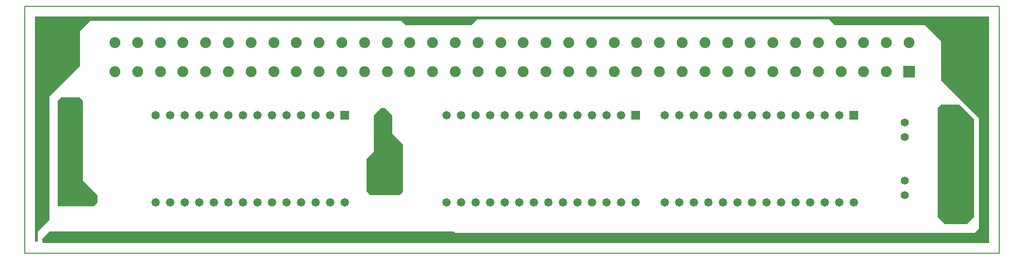
<source format=gts>
G04 ================== begin FILE IDENTIFICATION RECORD ==================*
G04 Layout Name:  D:/_doc/Guildline/9520/g9520_r1.brd*
G04 Film Name:    MASKTOP*
G04 File Format:  Gerber RS274X*
G04 File Origin:  Cadence Allegro 17.0-S003*
G04 Origin Date:  Sun Jan 08 19:15:00 2017*
G04 *
G04 Layer:  BOARD GEOMETRY/OUTLINE*
G04 Layer:  VIA CLASS/SOLDERMASK_TOP*
G04 Layer:  PIN/SOLDERMASK_TOP*
G04 Layer:  PACKAGE GEOMETRY/SOLDERMASK_TOP*
G04 Layer:  BOARD GEOMETRY/TOOLING_CORNERS*
G04 Layer:  BOARD GEOMETRY/SOLDERMASK_TOP*
G04 *
G04 Offset:    (0.00 0.00)*
G04 Mirror:    No*
G04 Mode:      Positive*
G04 Rotation:  0*
G04 FullContactRelief:  No*
G04 UndefLineWidth:     5.00*
G04 ================== end FILE IDENTIFICATION RECORD ====================*
%FSLAX25Y25*MOIN*%
%IR0*IPPOS*OFA0.00000B0.00000*MIA0B0*SFA1.00000B1.00000*%
%ADD11C,.075*%
%ADD14C,.05512*%
%ADD12C,.058*%
%ADD15R,.08X.08*%
%ADD13R,.06X.06*%
%ADD10C,.24*%
%ADD16C,.005*%
G75*
%LPD*%
G75*
G36*
G01X-328000Y3000D02*
Y158000D01*
X328000D01*
Y2000D01*
X-322000D01*
X-323000Y3000D01*
Y5000D01*
X-318000Y10000D01*
X-40000D01*
X-39000Y9000D01*
X318000D01*
X321000Y12000D01*
Y88000D01*
X295000Y114000D01*
Y141000D01*
X284000Y152000D01*
X222000D01*
X218000Y156000D01*
X-24000D01*
X-28000Y152000D01*
X-73000D01*
X-76000Y155000D01*
X-290000D01*
X-297000Y148000D01*
Y124000D01*
X-318000Y103000D01*
Y18000D01*
X-326000Y10000D01*
Y3000D01*
X-328000D01*
G37*
G36*
G01X-312500Y27500D02*
Y100000D01*
X-310000Y102500D01*
X-297500D01*
X-295000Y100000D01*
Y45000D01*
X-285000Y35000D01*
Y30000D01*
X-287500Y27500D01*
X-312500D01*
G37*
G36*
G01X-100000Y37500D02*
Y60000D01*
X-95000Y65000D01*
Y90000D01*
X-90000Y95000D01*
X-87500D01*
X-82500Y90000D01*
Y77500D01*
X-75000Y70000D01*
Y37500D01*
X-77500Y35000D01*
X-97500D01*
X-100000Y37500D01*
G37*
G36*
G01X292500Y20000D02*
Y95000D01*
X295000Y97500D01*
X307500D01*
X317500Y87500D01*
Y20000D01*
X312500Y15000D01*
X297500D01*
X292500Y20000D01*
G37*
G54D10*
X-310600Y130000D03*
X310600D03*
G54D11*
X-273000Y120000D03*
X-257400D03*
Y140000D03*
X-273000D03*
X-241800Y120000D03*
X-226200D03*
Y140000D03*
X-241800D03*
X-210600Y120000D03*
X-195000D03*
Y140000D03*
X-210600D03*
X-179400Y120000D03*
X-163800D03*
Y140000D03*
X-179400D03*
X-148200Y120000D03*
X-132600D03*
Y140000D03*
X-148200D03*
X-117000Y120000D03*
X-101400D03*
Y140000D03*
X-117000D03*
X-85800Y120000D03*
X-70200D03*
Y140000D03*
X-85800D03*
X-54600Y120000D03*
X-39000D03*
Y140000D03*
X-54600D03*
X-23400Y120000D03*
X-7800D03*
Y140000D03*
X-23400D03*
X7800Y120000D03*
X23400D03*
Y140000D03*
X7800D03*
X39000Y120000D03*
Y140000D03*
X54600Y120000D03*
X70200D03*
Y140000D03*
X54600D03*
X85800Y120000D03*
X101400D03*
Y140000D03*
X85800D03*
X117000Y120000D03*
X132600D03*
Y140000D03*
X117000D03*
X148200Y120000D03*
X163800D03*
Y140000D03*
X148200D03*
X179400Y120000D03*
X195000D03*
Y140000D03*
X179400D03*
X210600Y120000D03*
X226200D03*
Y140000D03*
X210600D03*
X241800Y120000D03*
X257400D03*
Y140000D03*
X241800D03*
X273000D03*
G54D12*
X-225000Y30000D03*
X-235000D03*
X-245000D03*
Y90000D03*
X-235000D03*
X-225000D03*
X-195000Y30000D03*
X-205000D03*
X-215000D03*
Y90000D03*
X-205000D03*
X-195000D03*
X-165000Y30000D03*
X-175000D03*
X-185000D03*
Y90000D03*
X-175000D03*
X-165000D03*
X-135000Y30000D03*
X-145000D03*
X-155000D03*
Y90000D03*
X-145000D03*
X-135000D03*
X-115000Y30000D03*
X-125000D03*
Y90000D03*
X-45000Y30000D03*
Y90000D03*
X-15000Y30000D03*
X-25000D03*
X-35000D03*
Y90000D03*
X-25000D03*
X-15000D03*
X15000Y30000D03*
X5000D03*
X-5000D03*
Y90000D03*
X5000D03*
X15000D03*
X45000Y30000D03*
X35000D03*
X25000D03*
Y90000D03*
X35000D03*
X45000D03*
X75000Y30000D03*
X65000D03*
X55000D03*
Y90000D03*
X65000D03*
X75000D03*
X105000Y30000D03*
X85000D03*
X105000Y90000D03*
X135000Y30000D03*
X125000D03*
X115000D03*
Y90000D03*
X125000D03*
X135000D03*
X165000Y30000D03*
X155000D03*
X145000D03*
Y90000D03*
X155000D03*
X165000D03*
X195000Y30000D03*
X185000D03*
X175000D03*
Y90000D03*
X185000D03*
X195000D03*
X225000Y30000D03*
X215000D03*
X205000D03*
Y90000D03*
X215000D03*
X225000D03*
X235000Y30000D03*
G54D13*
X-115000Y90000D03*
X85000D03*
X235000D03*
G54D14*
X270000Y35000D03*
Y45000D03*
Y75000D03*
Y85000D03*
G54D15*
X273000Y120000D03*
G54D16*
G01X-335000Y-5000D02*
Y165000D01*
X335000D01*
Y-5000D01*
X-335000D01*
M02*

</source>
